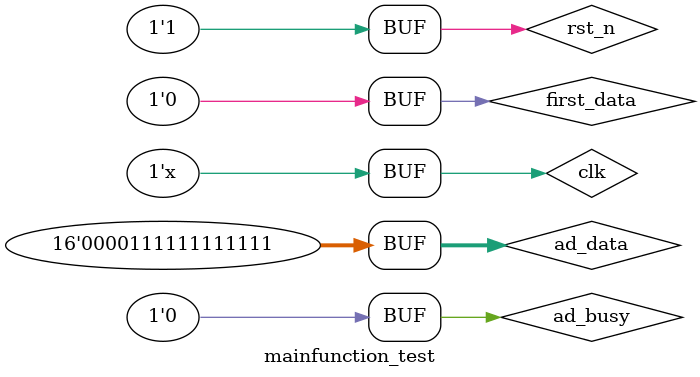
<source format=v>
`timescale 1ns / 1ps


module mainfunction_test;

	// Inputs
	reg clk;
	reg rst_n;
	reg [15:0] ad_data;
	reg ad_busy;
	reg first_data;

	// Outputs
	wire [2:0] ad_os;
	wire ad_cs;
	wire ad_rd;
	wire ad_reset;
	wire ad_convstab;
	wire tx_reg;

	// Instantiate the Unit Under Test (UUT)
	main_function uut (
		.clk(clk), 
		.rst_n(rst_n), 
		.ad_data(ad_data), 
		.ad_busy(ad_busy), 
		.first_data(first_data), 
		.ad_os(ad_os), 
		.ad_cs(ad_cs), 
		.ad_rd(ad_rd), 
		.ad_reset(ad_reset), 
		.ad_convstab(ad_convstab), 
		.tx_reg(tx_reg)
	);
   always#10 clk=~clk;
	initial begin
		// Initialize Inputs
		clk = 0;
		rst_n = 0;
		ad_data = 16'b1111_1111_1111_1111;
		ad_busy = 0;
		first_data = 0;

		// Wait 100 ns for global reset to finish
		#100 rst_n = 1;
		#300_0000 ad_data = 16'b0000_1111_1111_1111;
        
		// Add stimulus here

	end
      
endmodule


</source>
